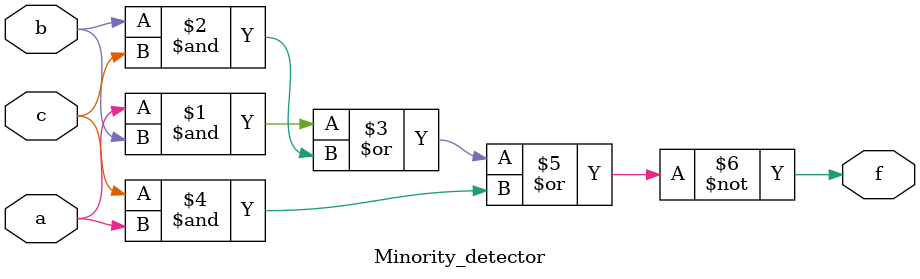
<source format=v>
`timescale 1ns / 1ps
module Minority_detector(
    input a,b,c,
    output f
    );

    assign f=~((a&b)|(b&c)|(c&a));
endmodule

</source>
